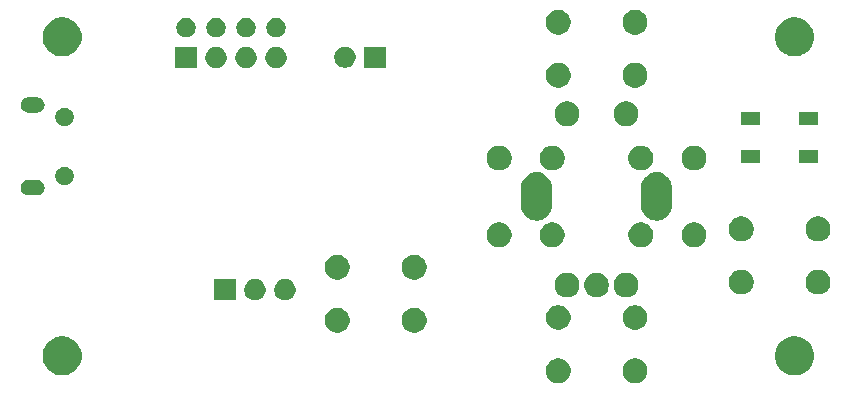
<source format=gbr>
G04 #@! TF.GenerationSoftware,KiCad,Pcbnew,(5.1.5)-3*
G04 #@! TF.CreationDate,2020-02-27T20:47:59-05:00*
G04 #@! TF.ProjectId,V-Naught_Display,562d4e61-7567-4687-945f-446973706c61,rev?*
G04 #@! TF.SameCoordinates,Original*
G04 #@! TF.FileFunction,Soldermask,Top*
G04 #@! TF.FilePolarity,Negative*
%FSLAX46Y46*%
G04 Gerber Fmt 4.6, Leading zero omitted, Abs format (unit mm)*
G04 Created by KiCad (PCBNEW (5.1.5)-3) date 2020-02-27 20:47:59*
%MOMM*%
%LPD*%
G04 APERTURE LIST*
%ADD10C,0.100000*%
G04 APERTURE END LIST*
D10*
G36*
X147976564Y-80889389D02*
G01*
X148167833Y-80968615D01*
X148167835Y-80968616D01*
X148339973Y-81083635D01*
X148486365Y-81230027D01*
X148601385Y-81402167D01*
X148680611Y-81593436D01*
X148721000Y-81796484D01*
X148721000Y-82003516D01*
X148680611Y-82206564D01*
X148641494Y-82301000D01*
X148601384Y-82397835D01*
X148486365Y-82569973D01*
X148339973Y-82716365D01*
X148167835Y-82831384D01*
X148167834Y-82831385D01*
X148167833Y-82831385D01*
X147976564Y-82910611D01*
X147773516Y-82951000D01*
X147566484Y-82951000D01*
X147363436Y-82910611D01*
X147172167Y-82831385D01*
X147172166Y-82831385D01*
X147172165Y-82831384D01*
X147000027Y-82716365D01*
X146853635Y-82569973D01*
X146738616Y-82397835D01*
X146698506Y-82301000D01*
X146659389Y-82206564D01*
X146619000Y-82003516D01*
X146619000Y-81796484D01*
X146659389Y-81593436D01*
X146738615Y-81402167D01*
X146853635Y-81230027D01*
X147000027Y-81083635D01*
X147172165Y-80968616D01*
X147172167Y-80968615D01*
X147363436Y-80889389D01*
X147566484Y-80849000D01*
X147773516Y-80849000D01*
X147976564Y-80889389D01*
G37*
G36*
X141476564Y-80889389D02*
G01*
X141667833Y-80968615D01*
X141667835Y-80968616D01*
X141839973Y-81083635D01*
X141986365Y-81230027D01*
X142101385Y-81402167D01*
X142180611Y-81593436D01*
X142221000Y-81796484D01*
X142221000Y-82003516D01*
X142180611Y-82206564D01*
X142141494Y-82301000D01*
X142101384Y-82397835D01*
X141986365Y-82569973D01*
X141839973Y-82716365D01*
X141667835Y-82831384D01*
X141667834Y-82831385D01*
X141667833Y-82831385D01*
X141476564Y-82910611D01*
X141273516Y-82951000D01*
X141066484Y-82951000D01*
X140863436Y-82910611D01*
X140672167Y-82831385D01*
X140672166Y-82831385D01*
X140672165Y-82831384D01*
X140500027Y-82716365D01*
X140353635Y-82569973D01*
X140238616Y-82397835D01*
X140198506Y-82301000D01*
X140159389Y-82206564D01*
X140119000Y-82003516D01*
X140119000Y-81796484D01*
X140159389Y-81593436D01*
X140238615Y-81402167D01*
X140353635Y-81230027D01*
X140500027Y-81083635D01*
X140672165Y-80968616D01*
X140672167Y-80968615D01*
X140863436Y-80889389D01*
X141066484Y-80849000D01*
X141273516Y-80849000D01*
X141476564Y-80889389D01*
G37*
G36*
X99545256Y-79041298D02*
G01*
X99651579Y-79062447D01*
X99952042Y-79186903D01*
X100222451Y-79367585D01*
X100452415Y-79597549D01*
X100452416Y-79597551D01*
X100633098Y-79867960D01*
X100757553Y-80168422D01*
X100821000Y-80487389D01*
X100821000Y-80812611D01*
X100757553Y-81131578D01*
X100645473Y-81402165D01*
X100633097Y-81432042D01*
X100452415Y-81702451D01*
X100222451Y-81932415D01*
X99952042Y-82113097D01*
X99651579Y-82237553D01*
X99545256Y-82258702D01*
X99332611Y-82301000D01*
X99007389Y-82301000D01*
X98794744Y-82258702D01*
X98688421Y-82237553D01*
X98387958Y-82113097D01*
X98117549Y-81932415D01*
X97887585Y-81702451D01*
X97706903Y-81432042D01*
X97694528Y-81402165D01*
X97582447Y-81131578D01*
X97519000Y-80812611D01*
X97519000Y-80487389D01*
X97582447Y-80168422D01*
X97706902Y-79867960D01*
X97887584Y-79597551D01*
X97887585Y-79597549D01*
X98117549Y-79367585D01*
X98387958Y-79186903D01*
X98688421Y-79062447D01*
X98794744Y-79041298D01*
X99007389Y-78999000D01*
X99332611Y-78999000D01*
X99545256Y-79041298D01*
G37*
G36*
X161545256Y-79041298D02*
G01*
X161651579Y-79062447D01*
X161952042Y-79186903D01*
X162222451Y-79367585D01*
X162452415Y-79597549D01*
X162452416Y-79597551D01*
X162633098Y-79867960D01*
X162757553Y-80168422D01*
X162821000Y-80487389D01*
X162821000Y-80812611D01*
X162757553Y-81131578D01*
X162645473Y-81402165D01*
X162633097Y-81432042D01*
X162452415Y-81702451D01*
X162222451Y-81932415D01*
X161952042Y-82113097D01*
X161651579Y-82237553D01*
X161545256Y-82258702D01*
X161332611Y-82301000D01*
X161007389Y-82301000D01*
X160794744Y-82258702D01*
X160688421Y-82237553D01*
X160387958Y-82113097D01*
X160117549Y-81932415D01*
X159887585Y-81702451D01*
X159706903Y-81432042D01*
X159694528Y-81402165D01*
X159582447Y-81131578D01*
X159519000Y-80812611D01*
X159519000Y-80487389D01*
X159582447Y-80168422D01*
X159706902Y-79867960D01*
X159887584Y-79597551D01*
X159887585Y-79597549D01*
X160117549Y-79367585D01*
X160387958Y-79186903D01*
X160688421Y-79062447D01*
X160794744Y-79041298D01*
X161007389Y-78999000D01*
X161332611Y-78999000D01*
X161545256Y-79041298D01*
G37*
G36*
X122781564Y-76634389D02*
G01*
X122972833Y-76713615D01*
X122972835Y-76713616D01*
X123144973Y-76828635D01*
X123291365Y-76975027D01*
X123406385Y-77147167D01*
X123485611Y-77338436D01*
X123526000Y-77541484D01*
X123526000Y-77748516D01*
X123485611Y-77951564D01*
X123406385Y-78142833D01*
X123406384Y-78142835D01*
X123291365Y-78314973D01*
X123144973Y-78461365D01*
X122972835Y-78576384D01*
X122972834Y-78576385D01*
X122972833Y-78576385D01*
X122781564Y-78655611D01*
X122578516Y-78696000D01*
X122371484Y-78696000D01*
X122168436Y-78655611D01*
X121977167Y-78576385D01*
X121977166Y-78576385D01*
X121977165Y-78576384D01*
X121805027Y-78461365D01*
X121658635Y-78314973D01*
X121543616Y-78142835D01*
X121543615Y-78142833D01*
X121464389Y-77951564D01*
X121424000Y-77748516D01*
X121424000Y-77541484D01*
X121464389Y-77338436D01*
X121543615Y-77147167D01*
X121658635Y-76975027D01*
X121805027Y-76828635D01*
X121977165Y-76713616D01*
X121977167Y-76713615D01*
X122168436Y-76634389D01*
X122371484Y-76594000D01*
X122578516Y-76594000D01*
X122781564Y-76634389D01*
G37*
G36*
X129281564Y-76634389D02*
G01*
X129472833Y-76713615D01*
X129472835Y-76713616D01*
X129644973Y-76828635D01*
X129791365Y-76975027D01*
X129906385Y-77147167D01*
X129985611Y-77338436D01*
X130026000Y-77541484D01*
X130026000Y-77748516D01*
X129985611Y-77951564D01*
X129906385Y-78142833D01*
X129906384Y-78142835D01*
X129791365Y-78314973D01*
X129644973Y-78461365D01*
X129472835Y-78576384D01*
X129472834Y-78576385D01*
X129472833Y-78576385D01*
X129281564Y-78655611D01*
X129078516Y-78696000D01*
X128871484Y-78696000D01*
X128668436Y-78655611D01*
X128477167Y-78576385D01*
X128477166Y-78576385D01*
X128477165Y-78576384D01*
X128305027Y-78461365D01*
X128158635Y-78314973D01*
X128043616Y-78142835D01*
X128043615Y-78142833D01*
X127964389Y-77951564D01*
X127924000Y-77748516D01*
X127924000Y-77541484D01*
X127964389Y-77338436D01*
X128043615Y-77147167D01*
X128158635Y-76975027D01*
X128305027Y-76828635D01*
X128477165Y-76713616D01*
X128477167Y-76713615D01*
X128668436Y-76634389D01*
X128871484Y-76594000D01*
X129078516Y-76594000D01*
X129281564Y-76634389D01*
G37*
G36*
X141476564Y-76389389D02*
G01*
X141667833Y-76468615D01*
X141667835Y-76468616D01*
X141839973Y-76583635D01*
X141986365Y-76730027D01*
X142101385Y-76902167D01*
X142180611Y-77093436D01*
X142221000Y-77296484D01*
X142221000Y-77503516D01*
X142180611Y-77706564D01*
X142101385Y-77897833D01*
X142101384Y-77897835D01*
X141986365Y-78069973D01*
X141839973Y-78216365D01*
X141667835Y-78331384D01*
X141667834Y-78331385D01*
X141667833Y-78331385D01*
X141476564Y-78410611D01*
X141273516Y-78451000D01*
X141066484Y-78451000D01*
X140863436Y-78410611D01*
X140672167Y-78331385D01*
X140672166Y-78331385D01*
X140672165Y-78331384D01*
X140500027Y-78216365D01*
X140353635Y-78069973D01*
X140238616Y-77897835D01*
X140238615Y-77897833D01*
X140159389Y-77706564D01*
X140119000Y-77503516D01*
X140119000Y-77296484D01*
X140159389Y-77093436D01*
X140238615Y-76902167D01*
X140353635Y-76730027D01*
X140500027Y-76583635D01*
X140672165Y-76468616D01*
X140672167Y-76468615D01*
X140863436Y-76389389D01*
X141066484Y-76349000D01*
X141273516Y-76349000D01*
X141476564Y-76389389D01*
G37*
G36*
X147976564Y-76389389D02*
G01*
X148167833Y-76468615D01*
X148167835Y-76468616D01*
X148339973Y-76583635D01*
X148486365Y-76730027D01*
X148601385Y-76902167D01*
X148680611Y-77093436D01*
X148721000Y-77296484D01*
X148721000Y-77503516D01*
X148680611Y-77706564D01*
X148601385Y-77897833D01*
X148601384Y-77897835D01*
X148486365Y-78069973D01*
X148339973Y-78216365D01*
X148167835Y-78331384D01*
X148167834Y-78331385D01*
X148167833Y-78331385D01*
X147976564Y-78410611D01*
X147773516Y-78451000D01*
X147566484Y-78451000D01*
X147363436Y-78410611D01*
X147172167Y-78331385D01*
X147172166Y-78331385D01*
X147172165Y-78331384D01*
X147000027Y-78216365D01*
X146853635Y-78069973D01*
X146738616Y-77897835D01*
X146738615Y-77897833D01*
X146659389Y-77706564D01*
X146619000Y-77503516D01*
X146619000Y-77296484D01*
X146659389Y-77093436D01*
X146738615Y-76902167D01*
X146853635Y-76730027D01*
X147000027Y-76583635D01*
X147172165Y-76468616D01*
X147172167Y-76468615D01*
X147363436Y-76389389D01*
X147566484Y-76349000D01*
X147773516Y-76349000D01*
X147976564Y-76389389D01*
G37*
G36*
X113851000Y-75951000D02*
G01*
X112049000Y-75951000D01*
X112049000Y-74149000D01*
X113851000Y-74149000D01*
X113851000Y-75951000D01*
G37*
G36*
X115594653Y-74152165D02*
G01*
X115752812Y-74183624D01*
X115916784Y-74251544D01*
X116064354Y-74350147D01*
X116189853Y-74475646D01*
X116288456Y-74623216D01*
X116356376Y-74787188D01*
X116391000Y-74961259D01*
X116391000Y-75138741D01*
X116356376Y-75312812D01*
X116288456Y-75476784D01*
X116189853Y-75624354D01*
X116064354Y-75749853D01*
X115916784Y-75848456D01*
X115752812Y-75916376D01*
X115603512Y-75946073D01*
X115578742Y-75951000D01*
X115401258Y-75951000D01*
X115376488Y-75946073D01*
X115227188Y-75916376D01*
X115063216Y-75848456D01*
X114915646Y-75749853D01*
X114790147Y-75624354D01*
X114691544Y-75476784D01*
X114623624Y-75312812D01*
X114589000Y-75138741D01*
X114589000Y-74961259D01*
X114623624Y-74787188D01*
X114691544Y-74623216D01*
X114790147Y-74475646D01*
X114915646Y-74350147D01*
X115063216Y-74251544D01*
X115227188Y-74183624D01*
X115385347Y-74152165D01*
X115401258Y-74149000D01*
X115578742Y-74149000D01*
X115594653Y-74152165D01*
G37*
G36*
X118134653Y-74152165D02*
G01*
X118292812Y-74183624D01*
X118456784Y-74251544D01*
X118604354Y-74350147D01*
X118729853Y-74475646D01*
X118828456Y-74623216D01*
X118896376Y-74787188D01*
X118931000Y-74961259D01*
X118931000Y-75138741D01*
X118896376Y-75312812D01*
X118828456Y-75476784D01*
X118729853Y-75624354D01*
X118604354Y-75749853D01*
X118456784Y-75848456D01*
X118292812Y-75916376D01*
X118143512Y-75946073D01*
X118118742Y-75951000D01*
X117941258Y-75951000D01*
X117916488Y-75946073D01*
X117767188Y-75916376D01*
X117603216Y-75848456D01*
X117455646Y-75749853D01*
X117330147Y-75624354D01*
X117231544Y-75476784D01*
X117163624Y-75312812D01*
X117129000Y-75138741D01*
X117129000Y-74961259D01*
X117163624Y-74787188D01*
X117231544Y-74623216D01*
X117330147Y-74475646D01*
X117455646Y-74350147D01*
X117603216Y-74251544D01*
X117767188Y-74183624D01*
X117925347Y-74152165D01*
X117941258Y-74149000D01*
X118118742Y-74149000D01*
X118134653Y-74152165D01*
G37*
G36*
X144726564Y-73639389D02*
G01*
X144917833Y-73718615D01*
X144917835Y-73718616D01*
X145089973Y-73833635D01*
X145236365Y-73980027D01*
X145312143Y-74093436D01*
X145351385Y-74152167D01*
X145430611Y-74343436D01*
X145471000Y-74546484D01*
X145471000Y-74753516D01*
X145430611Y-74956564D01*
X145351385Y-75147833D01*
X145351384Y-75147835D01*
X145236365Y-75319973D01*
X145089973Y-75466365D01*
X144917835Y-75581384D01*
X144917834Y-75581385D01*
X144917833Y-75581385D01*
X144726564Y-75660611D01*
X144523516Y-75701000D01*
X144316484Y-75701000D01*
X144113436Y-75660611D01*
X143922167Y-75581385D01*
X143922166Y-75581385D01*
X143922165Y-75581384D01*
X143750027Y-75466365D01*
X143603635Y-75319973D01*
X143488616Y-75147835D01*
X143488615Y-75147833D01*
X143409389Y-74956564D01*
X143369000Y-74753516D01*
X143369000Y-74546484D01*
X143409389Y-74343436D01*
X143488615Y-74152167D01*
X143527858Y-74093436D01*
X143603635Y-73980027D01*
X143750027Y-73833635D01*
X143922165Y-73718616D01*
X143922167Y-73718615D01*
X144113436Y-73639389D01*
X144316484Y-73599000D01*
X144523516Y-73599000D01*
X144726564Y-73639389D01*
G37*
G36*
X147226564Y-73639389D02*
G01*
X147417833Y-73718615D01*
X147417835Y-73718616D01*
X147589973Y-73833635D01*
X147736365Y-73980027D01*
X147812143Y-74093436D01*
X147851385Y-74152167D01*
X147930611Y-74343436D01*
X147971000Y-74546484D01*
X147971000Y-74753516D01*
X147930611Y-74956564D01*
X147851385Y-75147833D01*
X147851384Y-75147835D01*
X147736365Y-75319973D01*
X147589973Y-75466365D01*
X147417835Y-75581384D01*
X147417834Y-75581385D01*
X147417833Y-75581385D01*
X147226564Y-75660611D01*
X147023516Y-75701000D01*
X146816484Y-75701000D01*
X146613436Y-75660611D01*
X146422167Y-75581385D01*
X146422166Y-75581385D01*
X146422165Y-75581384D01*
X146250027Y-75466365D01*
X146103635Y-75319973D01*
X145988616Y-75147835D01*
X145988615Y-75147833D01*
X145909389Y-74956564D01*
X145869000Y-74753516D01*
X145869000Y-74546484D01*
X145909389Y-74343436D01*
X145988615Y-74152167D01*
X146027858Y-74093436D01*
X146103635Y-73980027D01*
X146250027Y-73833635D01*
X146422165Y-73718616D01*
X146422167Y-73718615D01*
X146613436Y-73639389D01*
X146816484Y-73599000D01*
X147023516Y-73599000D01*
X147226564Y-73639389D01*
G37*
G36*
X142226564Y-73639389D02*
G01*
X142417833Y-73718615D01*
X142417835Y-73718616D01*
X142589973Y-73833635D01*
X142736365Y-73980027D01*
X142812143Y-74093436D01*
X142851385Y-74152167D01*
X142930611Y-74343436D01*
X142971000Y-74546484D01*
X142971000Y-74753516D01*
X142930611Y-74956564D01*
X142851385Y-75147833D01*
X142851384Y-75147835D01*
X142736365Y-75319973D01*
X142589973Y-75466365D01*
X142417835Y-75581384D01*
X142417834Y-75581385D01*
X142417833Y-75581385D01*
X142226564Y-75660611D01*
X142023516Y-75701000D01*
X141816484Y-75701000D01*
X141613436Y-75660611D01*
X141422167Y-75581385D01*
X141422166Y-75581385D01*
X141422165Y-75581384D01*
X141250027Y-75466365D01*
X141103635Y-75319973D01*
X140988616Y-75147835D01*
X140988615Y-75147833D01*
X140909389Y-74956564D01*
X140869000Y-74753516D01*
X140869000Y-74546484D01*
X140909389Y-74343436D01*
X140988615Y-74152167D01*
X141027858Y-74093436D01*
X141103635Y-73980027D01*
X141250027Y-73833635D01*
X141422165Y-73718616D01*
X141422167Y-73718615D01*
X141613436Y-73639389D01*
X141816484Y-73599000D01*
X142023516Y-73599000D01*
X142226564Y-73639389D01*
G37*
G36*
X156976564Y-73389389D02*
G01*
X157167833Y-73468615D01*
X157167835Y-73468616D01*
X157339973Y-73583635D01*
X157486365Y-73730027D01*
X157555594Y-73833635D01*
X157601385Y-73902167D01*
X157680611Y-74093436D01*
X157721000Y-74296484D01*
X157721000Y-74503516D01*
X157680611Y-74706564D01*
X157647215Y-74787189D01*
X157601384Y-74897835D01*
X157486365Y-75069973D01*
X157339973Y-75216365D01*
X157167835Y-75331384D01*
X157167834Y-75331385D01*
X157167833Y-75331385D01*
X156976564Y-75410611D01*
X156773516Y-75451000D01*
X156566484Y-75451000D01*
X156363436Y-75410611D01*
X156172167Y-75331385D01*
X156172166Y-75331385D01*
X156172165Y-75331384D01*
X156000027Y-75216365D01*
X155853635Y-75069973D01*
X155738616Y-74897835D01*
X155692785Y-74787189D01*
X155659389Y-74706564D01*
X155619000Y-74503516D01*
X155619000Y-74296484D01*
X155659389Y-74093436D01*
X155738615Y-73902167D01*
X155784407Y-73833635D01*
X155853635Y-73730027D01*
X156000027Y-73583635D01*
X156172165Y-73468616D01*
X156172167Y-73468615D01*
X156363436Y-73389389D01*
X156566484Y-73349000D01*
X156773516Y-73349000D01*
X156976564Y-73389389D01*
G37*
G36*
X163476564Y-73389389D02*
G01*
X163667833Y-73468615D01*
X163667835Y-73468616D01*
X163839973Y-73583635D01*
X163986365Y-73730027D01*
X164055594Y-73833635D01*
X164101385Y-73902167D01*
X164180611Y-74093436D01*
X164221000Y-74296484D01*
X164221000Y-74503516D01*
X164180611Y-74706564D01*
X164147215Y-74787189D01*
X164101384Y-74897835D01*
X163986365Y-75069973D01*
X163839973Y-75216365D01*
X163667835Y-75331384D01*
X163667834Y-75331385D01*
X163667833Y-75331385D01*
X163476564Y-75410611D01*
X163273516Y-75451000D01*
X163066484Y-75451000D01*
X162863436Y-75410611D01*
X162672167Y-75331385D01*
X162672166Y-75331385D01*
X162672165Y-75331384D01*
X162500027Y-75216365D01*
X162353635Y-75069973D01*
X162238616Y-74897835D01*
X162192785Y-74787189D01*
X162159389Y-74706564D01*
X162119000Y-74503516D01*
X162119000Y-74296484D01*
X162159389Y-74093436D01*
X162238615Y-73902167D01*
X162284407Y-73833635D01*
X162353635Y-73730027D01*
X162500027Y-73583635D01*
X162672165Y-73468616D01*
X162672167Y-73468615D01*
X162863436Y-73389389D01*
X163066484Y-73349000D01*
X163273516Y-73349000D01*
X163476564Y-73389389D01*
G37*
G36*
X122781564Y-72134389D02*
G01*
X122972833Y-72213615D01*
X122972835Y-72213616D01*
X123144973Y-72328635D01*
X123291365Y-72475027D01*
X123406385Y-72647167D01*
X123485611Y-72838436D01*
X123526000Y-73041484D01*
X123526000Y-73248516D01*
X123485611Y-73451564D01*
X123407811Y-73639390D01*
X123406384Y-73642835D01*
X123291365Y-73814973D01*
X123144973Y-73961365D01*
X122972835Y-74076384D01*
X122972834Y-74076385D01*
X122972833Y-74076385D01*
X122781564Y-74155611D01*
X122578516Y-74196000D01*
X122371484Y-74196000D01*
X122168436Y-74155611D01*
X121977167Y-74076385D01*
X121977166Y-74076385D01*
X121977165Y-74076384D01*
X121805027Y-73961365D01*
X121658635Y-73814973D01*
X121543616Y-73642835D01*
X121542189Y-73639390D01*
X121464389Y-73451564D01*
X121424000Y-73248516D01*
X121424000Y-73041484D01*
X121464389Y-72838436D01*
X121543615Y-72647167D01*
X121658635Y-72475027D01*
X121805027Y-72328635D01*
X121977165Y-72213616D01*
X121977167Y-72213615D01*
X122168436Y-72134389D01*
X122371484Y-72094000D01*
X122578516Y-72094000D01*
X122781564Y-72134389D01*
G37*
G36*
X129281564Y-72134389D02*
G01*
X129472833Y-72213615D01*
X129472835Y-72213616D01*
X129644973Y-72328635D01*
X129791365Y-72475027D01*
X129906385Y-72647167D01*
X129985611Y-72838436D01*
X130026000Y-73041484D01*
X130026000Y-73248516D01*
X129985611Y-73451564D01*
X129907811Y-73639390D01*
X129906384Y-73642835D01*
X129791365Y-73814973D01*
X129644973Y-73961365D01*
X129472835Y-74076384D01*
X129472834Y-74076385D01*
X129472833Y-74076385D01*
X129281564Y-74155611D01*
X129078516Y-74196000D01*
X128871484Y-74196000D01*
X128668436Y-74155611D01*
X128477167Y-74076385D01*
X128477166Y-74076385D01*
X128477165Y-74076384D01*
X128305027Y-73961365D01*
X128158635Y-73814973D01*
X128043616Y-73642835D01*
X128042189Y-73639390D01*
X127964389Y-73451564D01*
X127924000Y-73248516D01*
X127924000Y-73041484D01*
X127964389Y-72838436D01*
X128043615Y-72647167D01*
X128158635Y-72475027D01*
X128305027Y-72328635D01*
X128477165Y-72213616D01*
X128477167Y-72213615D01*
X128668436Y-72134389D01*
X128871484Y-72094000D01*
X129078516Y-72094000D01*
X129281564Y-72134389D01*
G37*
G36*
X148476564Y-69389389D02*
G01*
X148667833Y-69468615D01*
X148667835Y-69468616D01*
X148839973Y-69583635D01*
X148986365Y-69730027D01*
X149030772Y-69796486D01*
X149101385Y-69902167D01*
X149180611Y-70093436D01*
X149221000Y-70296484D01*
X149221000Y-70503516D01*
X149180611Y-70706564D01*
X149101385Y-70897833D01*
X149101384Y-70897835D01*
X148986365Y-71069973D01*
X148839973Y-71216365D01*
X148667835Y-71331384D01*
X148667834Y-71331385D01*
X148667833Y-71331385D01*
X148476564Y-71410611D01*
X148273516Y-71451000D01*
X148066484Y-71451000D01*
X147863436Y-71410611D01*
X147672167Y-71331385D01*
X147672166Y-71331385D01*
X147672165Y-71331384D01*
X147500027Y-71216365D01*
X147353635Y-71069973D01*
X147238616Y-70897835D01*
X147238615Y-70897833D01*
X147159389Y-70706564D01*
X147119000Y-70503516D01*
X147119000Y-70296484D01*
X147159389Y-70093436D01*
X147238615Y-69902167D01*
X147309229Y-69796486D01*
X147353635Y-69730027D01*
X147500027Y-69583635D01*
X147672165Y-69468616D01*
X147672167Y-69468615D01*
X147863436Y-69389389D01*
X148066484Y-69349000D01*
X148273516Y-69349000D01*
X148476564Y-69389389D01*
G37*
G36*
X152976564Y-69389389D02*
G01*
X153167833Y-69468615D01*
X153167835Y-69468616D01*
X153339973Y-69583635D01*
X153486365Y-69730027D01*
X153530772Y-69796486D01*
X153601385Y-69902167D01*
X153680611Y-70093436D01*
X153721000Y-70296484D01*
X153721000Y-70503516D01*
X153680611Y-70706564D01*
X153601385Y-70897833D01*
X153601384Y-70897835D01*
X153486365Y-71069973D01*
X153339973Y-71216365D01*
X153167835Y-71331384D01*
X153167834Y-71331385D01*
X153167833Y-71331385D01*
X152976564Y-71410611D01*
X152773516Y-71451000D01*
X152566484Y-71451000D01*
X152363436Y-71410611D01*
X152172167Y-71331385D01*
X152172166Y-71331385D01*
X152172165Y-71331384D01*
X152000027Y-71216365D01*
X151853635Y-71069973D01*
X151738616Y-70897835D01*
X151738615Y-70897833D01*
X151659389Y-70706564D01*
X151619000Y-70503516D01*
X151619000Y-70296484D01*
X151659389Y-70093436D01*
X151738615Y-69902167D01*
X151809229Y-69796486D01*
X151853635Y-69730027D01*
X152000027Y-69583635D01*
X152172165Y-69468616D01*
X152172167Y-69468615D01*
X152363436Y-69389389D01*
X152566484Y-69349000D01*
X152773516Y-69349000D01*
X152976564Y-69389389D01*
G37*
G36*
X136476564Y-69389389D02*
G01*
X136667833Y-69468615D01*
X136667835Y-69468616D01*
X136839973Y-69583635D01*
X136986365Y-69730027D01*
X137030772Y-69796486D01*
X137101385Y-69902167D01*
X137180611Y-70093436D01*
X137221000Y-70296484D01*
X137221000Y-70503516D01*
X137180611Y-70706564D01*
X137101385Y-70897833D01*
X137101384Y-70897835D01*
X136986365Y-71069973D01*
X136839973Y-71216365D01*
X136667835Y-71331384D01*
X136667834Y-71331385D01*
X136667833Y-71331385D01*
X136476564Y-71410611D01*
X136273516Y-71451000D01*
X136066484Y-71451000D01*
X135863436Y-71410611D01*
X135672167Y-71331385D01*
X135672166Y-71331385D01*
X135672165Y-71331384D01*
X135500027Y-71216365D01*
X135353635Y-71069973D01*
X135238616Y-70897835D01*
X135238615Y-70897833D01*
X135159389Y-70706564D01*
X135119000Y-70503516D01*
X135119000Y-70296484D01*
X135159389Y-70093436D01*
X135238615Y-69902167D01*
X135309229Y-69796486D01*
X135353635Y-69730027D01*
X135500027Y-69583635D01*
X135672165Y-69468616D01*
X135672167Y-69468615D01*
X135863436Y-69389389D01*
X136066484Y-69349000D01*
X136273516Y-69349000D01*
X136476564Y-69389389D01*
G37*
G36*
X140976564Y-69389389D02*
G01*
X141167833Y-69468615D01*
X141167835Y-69468616D01*
X141339973Y-69583635D01*
X141486365Y-69730027D01*
X141530772Y-69796486D01*
X141601385Y-69902167D01*
X141680611Y-70093436D01*
X141721000Y-70296484D01*
X141721000Y-70503516D01*
X141680611Y-70706564D01*
X141601385Y-70897833D01*
X141601384Y-70897835D01*
X141486365Y-71069973D01*
X141339973Y-71216365D01*
X141167835Y-71331384D01*
X141167834Y-71331385D01*
X141167833Y-71331385D01*
X140976564Y-71410611D01*
X140773516Y-71451000D01*
X140566484Y-71451000D01*
X140363436Y-71410611D01*
X140172167Y-71331385D01*
X140172166Y-71331385D01*
X140172165Y-71331384D01*
X140000027Y-71216365D01*
X139853635Y-71069973D01*
X139738616Y-70897835D01*
X139738615Y-70897833D01*
X139659389Y-70706564D01*
X139619000Y-70503516D01*
X139619000Y-70296484D01*
X139659389Y-70093436D01*
X139738615Y-69902167D01*
X139809229Y-69796486D01*
X139853635Y-69730027D01*
X140000027Y-69583635D01*
X140172165Y-69468616D01*
X140172167Y-69468615D01*
X140363436Y-69389389D01*
X140566484Y-69349000D01*
X140773516Y-69349000D01*
X140976564Y-69389389D01*
G37*
G36*
X156976564Y-68889389D02*
G01*
X157167833Y-68968615D01*
X157167835Y-68968616D01*
X157339973Y-69083635D01*
X157486365Y-69230027D01*
X157601385Y-69402167D01*
X157680611Y-69593436D01*
X157721000Y-69796484D01*
X157721000Y-70003516D01*
X157680611Y-70206564D01*
X157643365Y-70296484D01*
X157601384Y-70397835D01*
X157486365Y-70569973D01*
X157339973Y-70716365D01*
X157167835Y-70831384D01*
X157167834Y-70831385D01*
X157167833Y-70831385D01*
X156976564Y-70910611D01*
X156773516Y-70951000D01*
X156566484Y-70951000D01*
X156363436Y-70910611D01*
X156172167Y-70831385D01*
X156172166Y-70831385D01*
X156172165Y-70831384D01*
X156000027Y-70716365D01*
X155853635Y-70569973D01*
X155738616Y-70397835D01*
X155696635Y-70296484D01*
X155659389Y-70206564D01*
X155619000Y-70003516D01*
X155619000Y-69796484D01*
X155659389Y-69593436D01*
X155738615Y-69402167D01*
X155853635Y-69230027D01*
X156000027Y-69083635D01*
X156172165Y-68968616D01*
X156172167Y-68968615D01*
X156363436Y-68889389D01*
X156566484Y-68849000D01*
X156773516Y-68849000D01*
X156976564Y-68889389D01*
G37*
G36*
X163476564Y-68889389D02*
G01*
X163667833Y-68968615D01*
X163667835Y-68968616D01*
X163839973Y-69083635D01*
X163986365Y-69230027D01*
X164101385Y-69402167D01*
X164180611Y-69593436D01*
X164221000Y-69796484D01*
X164221000Y-70003516D01*
X164180611Y-70206564D01*
X164143365Y-70296484D01*
X164101384Y-70397835D01*
X163986365Y-70569973D01*
X163839973Y-70716365D01*
X163667835Y-70831384D01*
X163667834Y-70831385D01*
X163667833Y-70831385D01*
X163476564Y-70910611D01*
X163273516Y-70951000D01*
X163066484Y-70951000D01*
X162863436Y-70910611D01*
X162672167Y-70831385D01*
X162672166Y-70831385D01*
X162672165Y-70831384D01*
X162500027Y-70716365D01*
X162353635Y-70569973D01*
X162238616Y-70397835D01*
X162196635Y-70296484D01*
X162159389Y-70206564D01*
X162119000Y-70003516D01*
X162119000Y-69796484D01*
X162159389Y-69593436D01*
X162238615Y-69402167D01*
X162353635Y-69230027D01*
X162500027Y-69083635D01*
X162672165Y-68968616D01*
X162672167Y-68968615D01*
X162863436Y-68889389D01*
X163066484Y-68849000D01*
X163273516Y-68849000D01*
X163476564Y-68889389D01*
G37*
G36*
X149755040Y-65117825D02*
G01*
X150000280Y-65192218D01*
X150226294Y-65313025D01*
X150239144Y-65323571D01*
X150424397Y-65475603D01*
X150544624Y-65622101D01*
X150586975Y-65673706D01*
X150707782Y-65899720D01*
X150764800Y-66087683D01*
X150782175Y-66144961D01*
X150801000Y-66336094D01*
X150801000Y-67963906D01*
X150782175Y-68155039D01*
X150707781Y-68400282D01*
X150586977Y-68626292D01*
X150586975Y-68626294D01*
X150424396Y-68824396D01*
X150226293Y-68986975D01*
X150000279Y-69107782D01*
X149755039Y-69182175D01*
X149500000Y-69207294D01*
X149244960Y-69182175D01*
X148999720Y-69107782D01*
X148954544Y-69083635D01*
X148773707Y-68986976D01*
X148575604Y-68824396D01*
X148413026Y-68626294D01*
X148413025Y-68626293D01*
X148292218Y-68400279D01*
X148217825Y-68155039D01*
X148199000Y-67963904D01*
X148199000Y-66336095D01*
X148217825Y-66144960D01*
X148217825Y-66144958D01*
X148292218Y-65899721D01*
X148413025Y-65673708D01*
X148413026Y-65673706D01*
X148455377Y-65622101D01*
X148575604Y-65475603D01*
X148760857Y-65323571D01*
X148773707Y-65313025D01*
X148999721Y-65192218D01*
X149244961Y-65117825D01*
X149500000Y-65092706D01*
X149755040Y-65117825D01*
G37*
G36*
X139595039Y-65117825D02*
G01*
X139840279Y-65192218D01*
X140066293Y-65313025D01*
X140079143Y-65323571D01*
X140264396Y-65475604D01*
X140426976Y-65673707D01*
X140524464Y-65856095D01*
X140547782Y-65899720D01*
X140622175Y-66144960D01*
X140641000Y-66336095D01*
X140641000Y-67963905D01*
X140622175Y-68155040D01*
X140547782Y-68400280D01*
X140426975Y-68626294D01*
X140384624Y-68677899D01*
X140264397Y-68824397D01*
X140117899Y-68944624D01*
X140066294Y-68986975D01*
X139840280Y-69107782D01*
X139595040Y-69182175D01*
X139340000Y-69207294D01*
X139084961Y-69182175D01*
X138839721Y-69107782D01*
X138613707Y-68986975D01*
X138562102Y-68944624D01*
X138415604Y-68824397D01*
X138295377Y-68677899D01*
X138253026Y-68626294D01*
X138132220Y-68400282D01*
X138132218Y-68400279D01*
X138057825Y-68155042D01*
X138039000Y-67963906D01*
X138039000Y-66336095D01*
X138057825Y-66144962D01*
X138057825Y-66144961D01*
X138132218Y-65899721D01*
X138253025Y-65673707D01*
X138415604Y-65475604D01*
X138613706Y-65313025D01*
X138613705Y-65313025D01*
X138613707Y-65313024D01*
X138839718Y-65192219D01*
X138839720Y-65192218D01*
X139084960Y-65117825D01*
X139340000Y-65092706D01*
X139595039Y-65117825D01*
G37*
G36*
X97096355Y-65752140D02*
G01*
X97160118Y-65758420D01*
X97250904Y-65785960D01*
X97282836Y-65795646D01*
X97395925Y-65856094D01*
X97495054Y-65937446D01*
X97576406Y-66036575D01*
X97636854Y-66149664D01*
X97636855Y-66149668D01*
X97674080Y-66272382D01*
X97686649Y-66400000D01*
X97674080Y-66527618D01*
X97646540Y-66618404D01*
X97636854Y-66650336D01*
X97576406Y-66763425D01*
X97495054Y-66862554D01*
X97395925Y-66943906D01*
X97282836Y-67004354D01*
X97250904Y-67014040D01*
X97160118Y-67041580D01*
X97096355Y-67047860D01*
X97064474Y-67051000D01*
X96300526Y-67051000D01*
X96268645Y-67047860D01*
X96204882Y-67041580D01*
X96114096Y-67014040D01*
X96082164Y-67004354D01*
X95969075Y-66943906D01*
X95869946Y-66862554D01*
X95788594Y-66763425D01*
X95728146Y-66650336D01*
X95718460Y-66618404D01*
X95690920Y-66527618D01*
X95678351Y-66400000D01*
X95690920Y-66272382D01*
X95728145Y-66149668D01*
X95728146Y-66149664D01*
X95788594Y-66036575D01*
X95869946Y-65937446D01*
X95969075Y-65856094D01*
X96082164Y-65795646D01*
X96114096Y-65785960D01*
X96204882Y-65758420D01*
X96268645Y-65752140D01*
X96300526Y-65749000D01*
X97064474Y-65749000D01*
X97096355Y-65752140D01*
G37*
G36*
X99608848Y-64653820D02*
G01*
X99608850Y-64653821D01*
X99608851Y-64653821D01*
X99750074Y-64712317D01*
X99750077Y-64712319D01*
X99877169Y-64797239D01*
X99985261Y-64905331D01*
X100015776Y-64951000D01*
X100070183Y-65032426D01*
X100105556Y-65117825D01*
X100128680Y-65173652D01*
X100158500Y-65323569D01*
X100158500Y-65476429D01*
X100128679Y-65626351D01*
X100070183Y-65767574D01*
X100070181Y-65767577D01*
X99985261Y-65894669D01*
X99877169Y-66002761D01*
X99750077Y-66087681D01*
X99750074Y-66087683D01*
X99608851Y-66146179D01*
X99608850Y-66146179D01*
X99608848Y-66146180D01*
X99458931Y-66176000D01*
X99306069Y-66176000D01*
X99156152Y-66146180D01*
X99156150Y-66146179D01*
X99156149Y-66146179D01*
X99014926Y-66087683D01*
X99014923Y-66087681D01*
X98887831Y-66002761D01*
X98779739Y-65894669D01*
X98694819Y-65767577D01*
X98694817Y-65767574D01*
X98636321Y-65626351D01*
X98606500Y-65476429D01*
X98606500Y-65323569D01*
X98636320Y-65173652D01*
X98659444Y-65117825D01*
X98694817Y-65032426D01*
X98749224Y-64951000D01*
X98779739Y-64905331D01*
X98887831Y-64797239D01*
X99014923Y-64712319D01*
X99014926Y-64712317D01*
X99156149Y-64653821D01*
X99156150Y-64653821D01*
X99156152Y-64653820D01*
X99306069Y-64624000D01*
X99458931Y-64624000D01*
X99608848Y-64653820D01*
G37*
G36*
X152976564Y-62889389D02*
G01*
X153167833Y-62968615D01*
X153167835Y-62968616D01*
X153339973Y-63083635D01*
X153486365Y-63230027D01*
X153601385Y-63402167D01*
X153680611Y-63593436D01*
X153721000Y-63796484D01*
X153721000Y-64003516D01*
X153680611Y-64206564D01*
X153641494Y-64301000D01*
X153601384Y-64397835D01*
X153486365Y-64569973D01*
X153339973Y-64716365D01*
X153167835Y-64831384D01*
X153167834Y-64831385D01*
X153167833Y-64831385D01*
X152976564Y-64910611D01*
X152773516Y-64951000D01*
X152566484Y-64951000D01*
X152363436Y-64910611D01*
X152172167Y-64831385D01*
X152172166Y-64831385D01*
X152172165Y-64831384D01*
X152000027Y-64716365D01*
X151853635Y-64569973D01*
X151738616Y-64397835D01*
X151698506Y-64301000D01*
X151659389Y-64206564D01*
X151619000Y-64003516D01*
X151619000Y-63796484D01*
X151659389Y-63593436D01*
X151738615Y-63402167D01*
X151853635Y-63230027D01*
X152000027Y-63083635D01*
X152172165Y-62968616D01*
X152172167Y-62968615D01*
X152363436Y-62889389D01*
X152566484Y-62849000D01*
X152773516Y-62849000D01*
X152976564Y-62889389D01*
G37*
G36*
X148476564Y-62889389D02*
G01*
X148667833Y-62968615D01*
X148667835Y-62968616D01*
X148839973Y-63083635D01*
X148986365Y-63230027D01*
X149101385Y-63402167D01*
X149180611Y-63593436D01*
X149221000Y-63796484D01*
X149221000Y-64003516D01*
X149180611Y-64206564D01*
X149141494Y-64301000D01*
X149101384Y-64397835D01*
X148986365Y-64569973D01*
X148839973Y-64716365D01*
X148667835Y-64831384D01*
X148667834Y-64831385D01*
X148667833Y-64831385D01*
X148476564Y-64910611D01*
X148273516Y-64951000D01*
X148066484Y-64951000D01*
X147863436Y-64910611D01*
X147672167Y-64831385D01*
X147672166Y-64831385D01*
X147672165Y-64831384D01*
X147500027Y-64716365D01*
X147353635Y-64569973D01*
X147238616Y-64397835D01*
X147198506Y-64301000D01*
X147159389Y-64206564D01*
X147119000Y-64003516D01*
X147119000Y-63796484D01*
X147159389Y-63593436D01*
X147238615Y-63402167D01*
X147353635Y-63230027D01*
X147500027Y-63083635D01*
X147672165Y-62968616D01*
X147672167Y-62968615D01*
X147863436Y-62889389D01*
X148066484Y-62849000D01*
X148273516Y-62849000D01*
X148476564Y-62889389D01*
G37*
G36*
X136476564Y-62889389D02*
G01*
X136667833Y-62968615D01*
X136667835Y-62968616D01*
X136839973Y-63083635D01*
X136986365Y-63230027D01*
X137101385Y-63402167D01*
X137180611Y-63593436D01*
X137221000Y-63796484D01*
X137221000Y-64003516D01*
X137180611Y-64206564D01*
X137141494Y-64301000D01*
X137101384Y-64397835D01*
X136986365Y-64569973D01*
X136839973Y-64716365D01*
X136667835Y-64831384D01*
X136667834Y-64831385D01*
X136667833Y-64831385D01*
X136476564Y-64910611D01*
X136273516Y-64951000D01*
X136066484Y-64951000D01*
X135863436Y-64910611D01*
X135672167Y-64831385D01*
X135672166Y-64831385D01*
X135672165Y-64831384D01*
X135500027Y-64716365D01*
X135353635Y-64569973D01*
X135238616Y-64397835D01*
X135198506Y-64301000D01*
X135159389Y-64206564D01*
X135119000Y-64003516D01*
X135119000Y-63796484D01*
X135159389Y-63593436D01*
X135238615Y-63402167D01*
X135353635Y-63230027D01*
X135500027Y-63083635D01*
X135672165Y-62968616D01*
X135672167Y-62968615D01*
X135863436Y-62889389D01*
X136066484Y-62849000D01*
X136273516Y-62849000D01*
X136476564Y-62889389D01*
G37*
G36*
X140976564Y-62889389D02*
G01*
X141167833Y-62968615D01*
X141167835Y-62968616D01*
X141339973Y-63083635D01*
X141486365Y-63230027D01*
X141601385Y-63402167D01*
X141680611Y-63593436D01*
X141721000Y-63796484D01*
X141721000Y-64003516D01*
X141680611Y-64206564D01*
X141641494Y-64301000D01*
X141601384Y-64397835D01*
X141486365Y-64569973D01*
X141339973Y-64716365D01*
X141167835Y-64831384D01*
X141167834Y-64831385D01*
X141167833Y-64831385D01*
X140976564Y-64910611D01*
X140773516Y-64951000D01*
X140566484Y-64951000D01*
X140363436Y-64910611D01*
X140172167Y-64831385D01*
X140172166Y-64831385D01*
X140172165Y-64831384D01*
X140000027Y-64716365D01*
X139853635Y-64569973D01*
X139738616Y-64397835D01*
X139698506Y-64301000D01*
X139659389Y-64206564D01*
X139619000Y-64003516D01*
X139619000Y-63796484D01*
X139659389Y-63593436D01*
X139738615Y-63402167D01*
X139853635Y-63230027D01*
X140000027Y-63083635D01*
X140172165Y-62968616D01*
X140172167Y-62968615D01*
X140363436Y-62889389D01*
X140566484Y-62849000D01*
X140773516Y-62849000D01*
X140976564Y-62889389D01*
G37*
G36*
X158271000Y-64301000D02*
G01*
X156669000Y-64301000D01*
X156669000Y-63199000D01*
X158271000Y-63199000D01*
X158271000Y-64301000D01*
G37*
G36*
X163171000Y-64301000D02*
G01*
X161569000Y-64301000D01*
X161569000Y-63199000D01*
X163171000Y-63199000D01*
X163171000Y-64301000D01*
G37*
G36*
X147226564Y-59139389D02*
G01*
X147417833Y-59218615D01*
X147417835Y-59218616D01*
X147589973Y-59333635D01*
X147736365Y-59480027D01*
X147832565Y-59624000D01*
X147851385Y-59652167D01*
X147930611Y-59843436D01*
X147971000Y-60046484D01*
X147971000Y-60253516D01*
X147930611Y-60456564D01*
X147860284Y-60626348D01*
X147851384Y-60647835D01*
X147736365Y-60819973D01*
X147589973Y-60966365D01*
X147417835Y-61081384D01*
X147417834Y-61081385D01*
X147417833Y-61081385D01*
X147226564Y-61160611D01*
X147023516Y-61201000D01*
X146816484Y-61201000D01*
X146613436Y-61160611D01*
X146422167Y-61081385D01*
X146422166Y-61081385D01*
X146422165Y-61081384D01*
X146250027Y-60966365D01*
X146103635Y-60819973D01*
X145988616Y-60647835D01*
X145979716Y-60626348D01*
X145909389Y-60456564D01*
X145869000Y-60253516D01*
X145869000Y-60046484D01*
X145909389Y-59843436D01*
X145988615Y-59652167D01*
X146007436Y-59624000D01*
X146103635Y-59480027D01*
X146250027Y-59333635D01*
X146422165Y-59218616D01*
X146422167Y-59218615D01*
X146613436Y-59139389D01*
X146816484Y-59099000D01*
X147023516Y-59099000D01*
X147226564Y-59139389D01*
G37*
G36*
X142226564Y-59139389D02*
G01*
X142417833Y-59218615D01*
X142417835Y-59218616D01*
X142589973Y-59333635D01*
X142736365Y-59480027D01*
X142832565Y-59624000D01*
X142851385Y-59652167D01*
X142930611Y-59843436D01*
X142971000Y-60046484D01*
X142971000Y-60253516D01*
X142930611Y-60456564D01*
X142860284Y-60626348D01*
X142851384Y-60647835D01*
X142736365Y-60819973D01*
X142589973Y-60966365D01*
X142417835Y-61081384D01*
X142417834Y-61081385D01*
X142417833Y-61081385D01*
X142226564Y-61160611D01*
X142023516Y-61201000D01*
X141816484Y-61201000D01*
X141613436Y-61160611D01*
X141422167Y-61081385D01*
X141422166Y-61081385D01*
X141422165Y-61081384D01*
X141250027Y-60966365D01*
X141103635Y-60819973D01*
X140988616Y-60647835D01*
X140979716Y-60626348D01*
X140909389Y-60456564D01*
X140869000Y-60253516D01*
X140869000Y-60046484D01*
X140909389Y-59843436D01*
X140988615Y-59652167D01*
X141007436Y-59624000D01*
X141103635Y-59480027D01*
X141250027Y-59333635D01*
X141422165Y-59218616D01*
X141422167Y-59218615D01*
X141613436Y-59139389D01*
X141816484Y-59099000D01*
X142023516Y-59099000D01*
X142226564Y-59139389D01*
G37*
G36*
X99608848Y-59653820D02*
G01*
X99608850Y-59653821D01*
X99608851Y-59653821D01*
X99750074Y-59712317D01*
X99750077Y-59712319D01*
X99877169Y-59797239D01*
X99985261Y-59905331D01*
X100070181Y-60032423D01*
X100070183Y-60032426D01*
X100128679Y-60173649D01*
X100128680Y-60173652D01*
X100158500Y-60323569D01*
X100158500Y-60476429D01*
X100128679Y-60626351D01*
X100070183Y-60767574D01*
X100070181Y-60767577D01*
X99985261Y-60894669D01*
X99877169Y-61002761D01*
X99759501Y-61081384D01*
X99750074Y-61087683D01*
X99608851Y-61146179D01*
X99608850Y-61146179D01*
X99608848Y-61146180D01*
X99458931Y-61176000D01*
X99306069Y-61176000D01*
X99156152Y-61146180D01*
X99156150Y-61146179D01*
X99156149Y-61146179D01*
X99014926Y-61087683D01*
X99005499Y-61081384D01*
X98887831Y-61002761D01*
X98779739Y-60894669D01*
X98694819Y-60767577D01*
X98694817Y-60767574D01*
X98636321Y-60626351D01*
X98606500Y-60476429D01*
X98606500Y-60323569D01*
X98636320Y-60173652D01*
X98636321Y-60173649D01*
X98694817Y-60032426D01*
X98694819Y-60032423D01*
X98779739Y-59905331D01*
X98887831Y-59797239D01*
X99014923Y-59712319D01*
X99014926Y-59712317D01*
X99156149Y-59653821D01*
X99156150Y-59653821D01*
X99156152Y-59653820D01*
X99306069Y-59624000D01*
X99458931Y-59624000D01*
X99608848Y-59653820D01*
G37*
G36*
X163171000Y-61101000D02*
G01*
X161569000Y-61101000D01*
X161569000Y-59999000D01*
X163171000Y-59999000D01*
X163171000Y-61101000D01*
G37*
G36*
X158271000Y-61101000D02*
G01*
X156669000Y-61101000D01*
X156669000Y-59999000D01*
X158271000Y-59999000D01*
X158271000Y-61101000D01*
G37*
G36*
X97096355Y-58752140D02*
G01*
X97160118Y-58758420D01*
X97250904Y-58785960D01*
X97282836Y-58795646D01*
X97395925Y-58856094D01*
X97495054Y-58937446D01*
X97576406Y-59036575D01*
X97636854Y-59149664D01*
X97636855Y-59149668D01*
X97674080Y-59272382D01*
X97686649Y-59400000D01*
X97674080Y-59527618D01*
X97646540Y-59618404D01*
X97636854Y-59650336D01*
X97576406Y-59763425D01*
X97495054Y-59862554D01*
X97395925Y-59943906D01*
X97282836Y-60004354D01*
X97250904Y-60014040D01*
X97160118Y-60041580D01*
X97110305Y-60046486D01*
X97064474Y-60051000D01*
X96300526Y-60051000D01*
X96254695Y-60046486D01*
X96204882Y-60041580D01*
X96114096Y-60014040D01*
X96082164Y-60004354D01*
X95969075Y-59943906D01*
X95869946Y-59862554D01*
X95788594Y-59763425D01*
X95728146Y-59650336D01*
X95718460Y-59618404D01*
X95690920Y-59527618D01*
X95678351Y-59400000D01*
X95690920Y-59272382D01*
X95728145Y-59149668D01*
X95728146Y-59149664D01*
X95788594Y-59036575D01*
X95869946Y-58937446D01*
X95969075Y-58856094D01*
X96082164Y-58795646D01*
X96114096Y-58785960D01*
X96204882Y-58758420D01*
X96268645Y-58752140D01*
X96300526Y-58749000D01*
X97064474Y-58749000D01*
X97096355Y-58752140D01*
G37*
G36*
X141476564Y-55889389D02*
G01*
X141657546Y-55964354D01*
X141667835Y-55968616D01*
X141811862Y-56064852D01*
X141839973Y-56083635D01*
X141986365Y-56230027D01*
X142101385Y-56402167D01*
X142180611Y-56593436D01*
X142221000Y-56796484D01*
X142221000Y-57003516D01*
X142180611Y-57206564D01*
X142101385Y-57397833D01*
X142101384Y-57397835D01*
X141986365Y-57569973D01*
X141839973Y-57716365D01*
X141667835Y-57831384D01*
X141667834Y-57831385D01*
X141667833Y-57831385D01*
X141476564Y-57910611D01*
X141273516Y-57951000D01*
X141066484Y-57951000D01*
X140863436Y-57910611D01*
X140672167Y-57831385D01*
X140672166Y-57831385D01*
X140672165Y-57831384D01*
X140500027Y-57716365D01*
X140353635Y-57569973D01*
X140238616Y-57397835D01*
X140238615Y-57397833D01*
X140159389Y-57206564D01*
X140119000Y-57003516D01*
X140119000Y-56796484D01*
X140159389Y-56593436D01*
X140238615Y-56402167D01*
X140353635Y-56230027D01*
X140500027Y-56083635D01*
X140528138Y-56064852D01*
X140672165Y-55968616D01*
X140682454Y-55964354D01*
X140863436Y-55889389D01*
X141066484Y-55849000D01*
X141273516Y-55849000D01*
X141476564Y-55889389D01*
G37*
G36*
X147976564Y-55889389D02*
G01*
X148157546Y-55964354D01*
X148167835Y-55968616D01*
X148311862Y-56064852D01*
X148339973Y-56083635D01*
X148486365Y-56230027D01*
X148601385Y-56402167D01*
X148680611Y-56593436D01*
X148721000Y-56796484D01*
X148721000Y-57003516D01*
X148680611Y-57206564D01*
X148601385Y-57397833D01*
X148601384Y-57397835D01*
X148486365Y-57569973D01*
X148339973Y-57716365D01*
X148167835Y-57831384D01*
X148167834Y-57831385D01*
X148167833Y-57831385D01*
X147976564Y-57910611D01*
X147773516Y-57951000D01*
X147566484Y-57951000D01*
X147363436Y-57910611D01*
X147172167Y-57831385D01*
X147172166Y-57831385D01*
X147172165Y-57831384D01*
X147000027Y-57716365D01*
X146853635Y-57569973D01*
X146738616Y-57397835D01*
X146738615Y-57397833D01*
X146659389Y-57206564D01*
X146619000Y-57003516D01*
X146619000Y-56796484D01*
X146659389Y-56593436D01*
X146738615Y-56402167D01*
X146853635Y-56230027D01*
X147000027Y-56083635D01*
X147028138Y-56064852D01*
X147172165Y-55968616D01*
X147182454Y-55964354D01*
X147363436Y-55889389D01*
X147566484Y-55849000D01*
X147773516Y-55849000D01*
X147976564Y-55889389D01*
G37*
G36*
X114853512Y-54493927D02*
G01*
X115002812Y-54523624D01*
X115166784Y-54591544D01*
X115314354Y-54690147D01*
X115439853Y-54815646D01*
X115538456Y-54963216D01*
X115606376Y-55127188D01*
X115628328Y-55237553D01*
X115640949Y-55301000D01*
X115641000Y-55301259D01*
X115641000Y-55478741D01*
X115606376Y-55652812D01*
X115538456Y-55816784D01*
X115439853Y-55964354D01*
X115314354Y-56089853D01*
X115166784Y-56188456D01*
X115002812Y-56256376D01*
X114853512Y-56286073D01*
X114828742Y-56291000D01*
X114651258Y-56291000D01*
X114626488Y-56286073D01*
X114477188Y-56256376D01*
X114313216Y-56188456D01*
X114165646Y-56089853D01*
X114040147Y-55964354D01*
X113941544Y-55816784D01*
X113873624Y-55652812D01*
X113839000Y-55478741D01*
X113839000Y-55301259D01*
X113839052Y-55301000D01*
X113851672Y-55237553D01*
X113873624Y-55127188D01*
X113941544Y-54963216D01*
X114040147Y-54815646D01*
X114165646Y-54690147D01*
X114313216Y-54591544D01*
X114477188Y-54523624D01*
X114626488Y-54493927D01*
X114651258Y-54489000D01*
X114828742Y-54489000D01*
X114853512Y-54493927D01*
G37*
G36*
X110561000Y-56291000D02*
G01*
X108759000Y-56291000D01*
X108759000Y-54489000D01*
X110561000Y-54489000D01*
X110561000Y-56291000D01*
G37*
G36*
X112313512Y-54493927D02*
G01*
X112462812Y-54523624D01*
X112626784Y-54591544D01*
X112774354Y-54690147D01*
X112899853Y-54815646D01*
X112998456Y-54963216D01*
X113066376Y-55127188D01*
X113088328Y-55237553D01*
X113100949Y-55301000D01*
X113101000Y-55301259D01*
X113101000Y-55478741D01*
X113066376Y-55652812D01*
X112998456Y-55816784D01*
X112899853Y-55964354D01*
X112774354Y-56089853D01*
X112626784Y-56188456D01*
X112462812Y-56256376D01*
X112313512Y-56286073D01*
X112288742Y-56291000D01*
X112111258Y-56291000D01*
X112086488Y-56286073D01*
X111937188Y-56256376D01*
X111773216Y-56188456D01*
X111625646Y-56089853D01*
X111500147Y-55964354D01*
X111401544Y-55816784D01*
X111333624Y-55652812D01*
X111299000Y-55478741D01*
X111299000Y-55301259D01*
X111299052Y-55301000D01*
X111311672Y-55237553D01*
X111333624Y-55127188D01*
X111401544Y-54963216D01*
X111500147Y-54815646D01*
X111625646Y-54690147D01*
X111773216Y-54591544D01*
X111937188Y-54523624D01*
X112086488Y-54493927D01*
X112111258Y-54489000D01*
X112288742Y-54489000D01*
X112313512Y-54493927D01*
G37*
G36*
X117393512Y-54493927D02*
G01*
X117542812Y-54523624D01*
X117706784Y-54591544D01*
X117854354Y-54690147D01*
X117979853Y-54815646D01*
X118078456Y-54963216D01*
X118146376Y-55127188D01*
X118168328Y-55237553D01*
X118180949Y-55301000D01*
X118181000Y-55301259D01*
X118181000Y-55478741D01*
X118146376Y-55652812D01*
X118078456Y-55816784D01*
X117979853Y-55964354D01*
X117854354Y-56089853D01*
X117706784Y-56188456D01*
X117542812Y-56256376D01*
X117393512Y-56286073D01*
X117368742Y-56291000D01*
X117191258Y-56291000D01*
X117166488Y-56286073D01*
X117017188Y-56256376D01*
X116853216Y-56188456D01*
X116705646Y-56089853D01*
X116580147Y-55964354D01*
X116481544Y-55816784D01*
X116413624Y-55652812D01*
X116379000Y-55478741D01*
X116379000Y-55301259D01*
X116379052Y-55301000D01*
X116391672Y-55237553D01*
X116413624Y-55127188D01*
X116481544Y-54963216D01*
X116580147Y-54815646D01*
X116705646Y-54690147D01*
X116853216Y-54591544D01*
X117017188Y-54523624D01*
X117166488Y-54493927D01*
X117191258Y-54489000D01*
X117368742Y-54489000D01*
X117393512Y-54493927D01*
G37*
G36*
X123223512Y-54468927D02*
G01*
X123372812Y-54498624D01*
X123536784Y-54566544D01*
X123684354Y-54665147D01*
X123809853Y-54790646D01*
X123908456Y-54938216D01*
X123976376Y-55102188D01*
X124011000Y-55276259D01*
X124011000Y-55453741D01*
X123976376Y-55627812D01*
X123908456Y-55791784D01*
X123809853Y-55939354D01*
X123684354Y-56064853D01*
X123536784Y-56163456D01*
X123372812Y-56231376D01*
X123223512Y-56261073D01*
X123198742Y-56266000D01*
X123021258Y-56266000D01*
X122996488Y-56261073D01*
X122847188Y-56231376D01*
X122683216Y-56163456D01*
X122535646Y-56064853D01*
X122410147Y-55939354D01*
X122311544Y-55791784D01*
X122243624Y-55627812D01*
X122209000Y-55453741D01*
X122209000Y-55276259D01*
X122243624Y-55102188D01*
X122311544Y-54938216D01*
X122410147Y-54790646D01*
X122535646Y-54665147D01*
X122683216Y-54566544D01*
X122847188Y-54498624D01*
X122996488Y-54468927D01*
X123021258Y-54464000D01*
X123198742Y-54464000D01*
X123223512Y-54468927D01*
G37*
G36*
X126551000Y-56266000D02*
G01*
X124749000Y-56266000D01*
X124749000Y-54464000D01*
X126551000Y-54464000D01*
X126551000Y-56266000D01*
G37*
G36*
X99523648Y-52037000D02*
G01*
X99651579Y-52062447D01*
X99952042Y-52186903D01*
X100222451Y-52367585D01*
X100452415Y-52597549D01*
X100525257Y-52706565D01*
X100633098Y-52867960D01*
X100658826Y-52930074D01*
X100723887Y-53087143D01*
X100757553Y-53168422D01*
X100819829Y-53481501D01*
X100821000Y-53487391D01*
X100821000Y-53812609D01*
X100757553Y-54131579D01*
X100633097Y-54432042D01*
X100452415Y-54702451D01*
X100222451Y-54932415D01*
X99952042Y-55113097D01*
X99952041Y-55113098D01*
X99952040Y-55113098D01*
X99918021Y-55127189D01*
X99651579Y-55237553D01*
X99545256Y-55258702D01*
X99332611Y-55301000D01*
X99007389Y-55301000D01*
X98794744Y-55258702D01*
X98688421Y-55237553D01*
X98421979Y-55127189D01*
X98387960Y-55113098D01*
X98387959Y-55113098D01*
X98387958Y-55113097D01*
X98117549Y-54932415D01*
X97887585Y-54702451D01*
X97706903Y-54432042D01*
X97582447Y-54131579D01*
X97519000Y-53812609D01*
X97519000Y-53487391D01*
X97520172Y-53481501D01*
X97582447Y-53168422D01*
X97616114Y-53087143D01*
X97681174Y-52930074D01*
X97706902Y-52867960D01*
X97814743Y-52706565D01*
X97887585Y-52597549D01*
X98117549Y-52367585D01*
X98387958Y-52186903D01*
X98688421Y-52062447D01*
X98816352Y-52037000D01*
X99007389Y-51999000D01*
X99332611Y-51999000D01*
X99523648Y-52037000D01*
G37*
G36*
X161523648Y-52037000D02*
G01*
X161651579Y-52062447D01*
X161952042Y-52186903D01*
X162222451Y-52367585D01*
X162452415Y-52597549D01*
X162525257Y-52706565D01*
X162633098Y-52867960D01*
X162658826Y-52930074D01*
X162723887Y-53087143D01*
X162757553Y-53168422D01*
X162819829Y-53481501D01*
X162821000Y-53487391D01*
X162821000Y-53812609D01*
X162757553Y-54131579D01*
X162633097Y-54432042D01*
X162452415Y-54702451D01*
X162222451Y-54932415D01*
X161952042Y-55113097D01*
X161952041Y-55113098D01*
X161952040Y-55113098D01*
X161918021Y-55127189D01*
X161651579Y-55237553D01*
X161545256Y-55258702D01*
X161332611Y-55301000D01*
X161007389Y-55301000D01*
X160794744Y-55258702D01*
X160688421Y-55237553D01*
X160421979Y-55127189D01*
X160387960Y-55113098D01*
X160387959Y-55113098D01*
X160387958Y-55113097D01*
X160117549Y-54932415D01*
X159887585Y-54702451D01*
X159706903Y-54432042D01*
X159582447Y-54131579D01*
X159519000Y-53812609D01*
X159519000Y-53487391D01*
X159520172Y-53481501D01*
X159582447Y-53168422D01*
X159616114Y-53087143D01*
X159681174Y-52930074D01*
X159706902Y-52867960D01*
X159814743Y-52706565D01*
X159887585Y-52597549D01*
X160117549Y-52367585D01*
X160387958Y-52186903D01*
X160688421Y-52062447D01*
X160816352Y-52037000D01*
X161007389Y-51999000D01*
X161332611Y-51999000D01*
X161523648Y-52037000D01*
G37*
G36*
X109897142Y-52068242D02*
G01*
X110045101Y-52129529D01*
X110178255Y-52218499D01*
X110291501Y-52331745D01*
X110380471Y-52464899D01*
X110441758Y-52612858D01*
X110473000Y-52769925D01*
X110473000Y-52930075D01*
X110441758Y-53087142D01*
X110380471Y-53235101D01*
X110291501Y-53368255D01*
X110178255Y-53481501D01*
X110045101Y-53570471D01*
X109897142Y-53631758D01*
X109740075Y-53663000D01*
X109579925Y-53663000D01*
X109422858Y-53631758D01*
X109274899Y-53570471D01*
X109141745Y-53481501D01*
X109028499Y-53368255D01*
X108939529Y-53235101D01*
X108878242Y-53087142D01*
X108847000Y-52930075D01*
X108847000Y-52769925D01*
X108878242Y-52612858D01*
X108939529Y-52464899D01*
X109028499Y-52331745D01*
X109141745Y-52218499D01*
X109274899Y-52129529D01*
X109422858Y-52068242D01*
X109579925Y-52037000D01*
X109740075Y-52037000D01*
X109897142Y-52068242D01*
G37*
G36*
X112437142Y-52068242D02*
G01*
X112585101Y-52129529D01*
X112718255Y-52218499D01*
X112831501Y-52331745D01*
X112920471Y-52464899D01*
X112981758Y-52612858D01*
X113013000Y-52769925D01*
X113013000Y-52930075D01*
X112981758Y-53087142D01*
X112920471Y-53235101D01*
X112831501Y-53368255D01*
X112718255Y-53481501D01*
X112585101Y-53570471D01*
X112437142Y-53631758D01*
X112280075Y-53663000D01*
X112119925Y-53663000D01*
X111962858Y-53631758D01*
X111814899Y-53570471D01*
X111681745Y-53481501D01*
X111568499Y-53368255D01*
X111479529Y-53235101D01*
X111418242Y-53087142D01*
X111387000Y-52930075D01*
X111387000Y-52769925D01*
X111418242Y-52612858D01*
X111479529Y-52464899D01*
X111568499Y-52331745D01*
X111681745Y-52218499D01*
X111814899Y-52129529D01*
X111962858Y-52068242D01*
X112119925Y-52037000D01*
X112280075Y-52037000D01*
X112437142Y-52068242D01*
G37*
G36*
X114977142Y-52068242D02*
G01*
X115125101Y-52129529D01*
X115258255Y-52218499D01*
X115371501Y-52331745D01*
X115460471Y-52464899D01*
X115521758Y-52612858D01*
X115553000Y-52769925D01*
X115553000Y-52930075D01*
X115521758Y-53087142D01*
X115460471Y-53235101D01*
X115371501Y-53368255D01*
X115258255Y-53481501D01*
X115125101Y-53570471D01*
X114977142Y-53631758D01*
X114820075Y-53663000D01*
X114659925Y-53663000D01*
X114502858Y-53631758D01*
X114354899Y-53570471D01*
X114221745Y-53481501D01*
X114108499Y-53368255D01*
X114019529Y-53235101D01*
X113958242Y-53087142D01*
X113927000Y-52930075D01*
X113927000Y-52769925D01*
X113958242Y-52612858D01*
X114019529Y-52464899D01*
X114108499Y-52331745D01*
X114221745Y-52218499D01*
X114354899Y-52129529D01*
X114502858Y-52068242D01*
X114659925Y-52037000D01*
X114820075Y-52037000D01*
X114977142Y-52068242D01*
G37*
G36*
X117517142Y-52068242D02*
G01*
X117665101Y-52129529D01*
X117798255Y-52218499D01*
X117911501Y-52331745D01*
X118000471Y-52464899D01*
X118061758Y-52612858D01*
X118093000Y-52769925D01*
X118093000Y-52930075D01*
X118061758Y-53087142D01*
X118000471Y-53235101D01*
X117911501Y-53368255D01*
X117798255Y-53481501D01*
X117665101Y-53570471D01*
X117517142Y-53631758D01*
X117360075Y-53663000D01*
X117199925Y-53663000D01*
X117042858Y-53631758D01*
X116894899Y-53570471D01*
X116761745Y-53481501D01*
X116648499Y-53368255D01*
X116559529Y-53235101D01*
X116498242Y-53087142D01*
X116467000Y-52930075D01*
X116467000Y-52769925D01*
X116498242Y-52612858D01*
X116559529Y-52464899D01*
X116648499Y-52331745D01*
X116761745Y-52218499D01*
X116894899Y-52129529D01*
X117042858Y-52068242D01*
X117199925Y-52037000D01*
X117360075Y-52037000D01*
X117517142Y-52068242D01*
G37*
G36*
X147976564Y-51389389D02*
G01*
X148167833Y-51468615D01*
X148167835Y-51468616D01*
X148339973Y-51583635D01*
X148486365Y-51730027D01*
X148601385Y-51902167D01*
X148680611Y-52093436D01*
X148721000Y-52296484D01*
X148721000Y-52503516D01*
X148680611Y-52706564D01*
X148613759Y-52867960D01*
X148601384Y-52897835D01*
X148486365Y-53069973D01*
X148339973Y-53216365D01*
X148167835Y-53331384D01*
X148167834Y-53331385D01*
X148167833Y-53331385D01*
X147976564Y-53410611D01*
X147773516Y-53451000D01*
X147566484Y-53451000D01*
X147363436Y-53410611D01*
X147172167Y-53331385D01*
X147172166Y-53331385D01*
X147172165Y-53331384D01*
X147000027Y-53216365D01*
X146853635Y-53069973D01*
X146738616Y-52897835D01*
X146726241Y-52867960D01*
X146659389Y-52706564D01*
X146619000Y-52503516D01*
X146619000Y-52296484D01*
X146659389Y-52093436D01*
X146738615Y-51902167D01*
X146853635Y-51730027D01*
X147000027Y-51583635D01*
X147172165Y-51468616D01*
X147172167Y-51468615D01*
X147363436Y-51389389D01*
X147566484Y-51349000D01*
X147773516Y-51349000D01*
X147976564Y-51389389D01*
G37*
G36*
X141476564Y-51389389D02*
G01*
X141667833Y-51468615D01*
X141667835Y-51468616D01*
X141839973Y-51583635D01*
X141986365Y-51730027D01*
X142101385Y-51902167D01*
X142180611Y-52093436D01*
X142221000Y-52296484D01*
X142221000Y-52503516D01*
X142180611Y-52706564D01*
X142113759Y-52867960D01*
X142101384Y-52897835D01*
X141986365Y-53069973D01*
X141839973Y-53216365D01*
X141667835Y-53331384D01*
X141667834Y-53331385D01*
X141667833Y-53331385D01*
X141476564Y-53410611D01*
X141273516Y-53451000D01*
X141066484Y-53451000D01*
X140863436Y-53410611D01*
X140672167Y-53331385D01*
X140672166Y-53331385D01*
X140672165Y-53331384D01*
X140500027Y-53216365D01*
X140353635Y-53069973D01*
X140238616Y-52897835D01*
X140226241Y-52867960D01*
X140159389Y-52706564D01*
X140119000Y-52503516D01*
X140119000Y-52296484D01*
X140159389Y-52093436D01*
X140238615Y-51902167D01*
X140353635Y-51730027D01*
X140500027Y-51583635D01*
X140672165Y-51468616D01*
X140672167Y-51468615D01*
X140863436Y-51389389D01*
X141066484Y-51349000D01*
X141273516Y-51349000D01*
X141476564Y-51389389D01*
G37*
M02*

</source>
